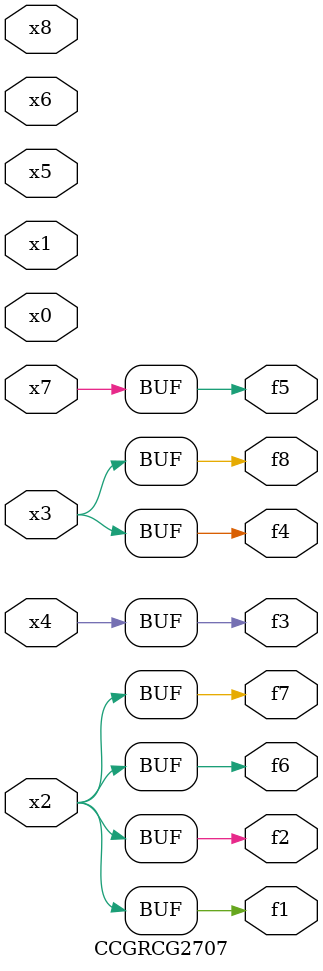
<source format=v>
module CCGRCG2707(
	input x0, x1, x2, x3, x4, x5, x6, x7, x8,
	output f1, f2, f3, f4, f5, f6, f7, f8
);
	assign f1 = x2;
	assign f2 = x2;
	assign f3 = x4;
	assign f4 = x3;
	assign f5 = x7;
	assign f6 = x2;
	assign f7 = x2;
	assign f8 = x3;
endmodule

</source>
